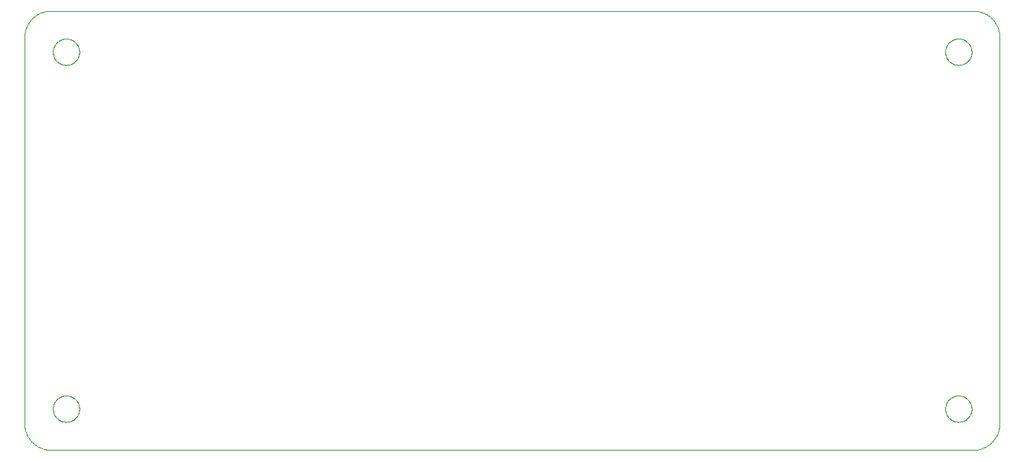
<source format=gbr>
G04 EAGLE Gerber RS-274X export*
G75*
%MOMM*%
%FSLAX34Y34*%
%LPD*%
%IN*%
%IPPOS*%
%AMOC8*
5,1,8,0,0,1.08239X$1,22.5*%
G01*
%ADD10C,0.025400*%
%ADD11C,0.000000*%


D10*
X1079600Y500000D02*
X29440Y500000D01*
X-560Y470000D02*
X-560Y30000D01*
X29440Y0D02*
X1079600Y0D01*
X1109600Y30000D02*
X1109600Y470000D01*
X29440Y500000D02*
X28715Y499991D01*
X27991Y499965D01*
X27267Y499921D01*
X26545Y499860D01*
X25824Y499781D01*
X25105Y499685D01*
X24389Y499572D01*
X23676Y499441D01*
X22966Y499293D01*
X22261Y499128D01*
X21559Y498946D01*
X20862Y498747D01*
X20169Y498532D01*
X19483Y498299D01*
X18802Y498050D01*
X18127Y497785D01*
X17459Y497504D01*
X16798Y497206D01*
X16144Y496893D01*
X15498Y496564D01*
X14860Y496219D01*
X14231Y495859D01*
X13611Y495484D01*
X13000Y495094D01*
X12398Y494690D01*
X11806Y494271D01*
X11225Y493837D01*
X10654Y493390D01*
X10095Y492929D01*
X9546Y492455D01*
X9010Y491968D01*
X8485Y491468D01*
X7972Y490955D01*
X7472Y490430D01*
X6985Y489894D01*
X6511Y489345D01*
X6050Y488786D01*
X5603Y488215D01*
X5169Y487634D01*
X4750Y487042D01*
X4346Y486440D01*
X3956Y485829D01*
X3581Y485209D01*
X3221Y484580D01*
X2876Y483942D01*
X2547Y483296D01*
X2234Y482642D01*
X1936Y481981D01*
X1655Y481313D01*
X1390Y480638D01*
X1141Y479957D01*
X908Y479271D01*
X693Y478578D01*
X494Y477881D01*
X312Y477179D01*
X147Y476474D01*
X-1Y475764D01*
X-132Y475051D01*
X-245Y474335D01*
X-341Y473616D01*
X-420Y472895D01*
X-481Y472173D01*
X-525Y471449D01*
X-551Y470725D01*
X-560Y470000D01*
X-560Y30000D02*
X-551Y29275D01*
X-525Y28551D01*
X-481Y27827D01*
X-420Y27105D01*
X-341Y26384D01*
X-245Y25665D01*
X-132Y24949D01*
X-1Y24236D01*
X147Y23526D01*
X312Y22821D01*
X494Y22119D01*
X693Y21422D01*
X908Y20729D01*
X1141Y20043D01*
X1390Y19362D01*
X1655Y18687D01*
X1936Y18019D01*
X2234Y17358D01*
X2547Y16704D01*
X2876Y16058D01*
X3221Y15420D01*
X3581Y14791D01*
X3956Y14171D01*
X4346Y13560D01*
X4750Y12958D01*
X5169Y12366D01*
X5603Y11785D01*
X6050Y11214D01*
X6511Y10655D01*
X6985Y10106D01*
X7472Y9570D01*
X7972Y9045D01*
X8485Y8532D01*
X9010Y8032D01*
X9546Y7545D01*
X10095Y7071D01*
X10654Y6610D01*
X11225Y6163D01*
X11806Y5729D01*
X12398Y5310D01*
X13000Y4906D01*
X13611Y4516D01*
X14231Y4141D01*
X14860Y3781D01*
X15498Y3436D01*
X16144Y3107D01*
X16798Y2794D01*
X17459Y2496D01*
X18127Y2215D01*
X18802Y1950D01*
X19483Y1701D01*
X20169Y1468D01*
X20862Y1253D01*
X21559Y1054D01*
X22261Y872D01*
X22966Y707D01*
X23676Y559D01*
X24389Y428D01*
X25105Y315D01*
X25824Y219D01*
X26545Y140D01*
X27267Y79D01*
X27991Y35D01*
X28715Y9D01*
X29440Y0D01*
X1079600Y500000D02*
X1080325Y499991D01*
X1081049Y499965D01*
X1081773Y499921D01*
X1082495Y499860D01*
X1083216Y499781D01*
X1083935Y499685D01*
X1084651Y499572D01*
X1085364Y499441D01*
X1086074Y499293D01*
X1086779Y499128D01*
X1087481Y498946D01*
X1088178Y498747D01*
X1088871Y498532D01*
X1089557Y498299D01*
X1090238Y498050D01*
X1090913Y497785D01*
X1091581Y497504D01*
X1092242Y497206D01*
X1092896Y496893D01*
X1093542Y496564D01*
X1094180Y496219D01*
X1094809Y495859D01*
X1095429Y495484D01*
X1096040Y495094D01*
X1096642Y494690D01*
X1097234Y494271D01*
X1097815Y493837D01*
X1098386Y493390D01*
X1098945Y492929D01*
X1099494Y492455D01*
X1100030Y491968D01*
X1100555Y491468D01*
X1101068Y490955D01*
X1101568Y490430D01*
X1102055Y489894D01*
X1102529Y489345D01*
X1102990Y488786D01*
X1103437Y488215D01*
X1103871Y487634D01*
X1104290Y487042D01*
X1104694Y486440D01*
X1105084Y485829D01*
X1105459Y485209D01*
X1105819Y484580D01*
X1106164Y483942D01*
X1106493Y483296D01*
X1106806Y482642D01*
X1107104Y481981D01*
X1107385Y481313D01*
X1107650Y480638D01*
X1107899Y479957D01*
X1108132Y479271D01*
X1108347Y478578D01*
X1108546Y477881D01*
X1108728Y477179D01*
X1108893Y476474D01*
X1109041Y475764D01*
X1109172Y475051D01*
X1109285Y474335D01*
X1109381Y473616D01*
X1109460Y472895D01*
X1109521Y472173D01*
X1109565Y471449D01*
X1109591Y470725D01*
X1109600Y470000D01*
X1109600Y30000D02*
X1109591Y29275D01*
X1109565Y28551D01*
X1109521Y27827D01*
X1109460Y27105D01*
X1109381Y26384D01*
X1109285Y25665D01*
X1109172Y24949D01*
X1109041Y24236D01*
X1108893Y23526D01*
X1108728Y22821D01*
X1108546Y22119D01*
X1108347Y21422D01*
X1108132Y20729D01*
X1107899Y20043D01*
X1107650Y19362D01*
X1107385Y18687D01*
X1107104Y18019D01*
X1106806Y17358D01*
X1106493Y16704D01*
X1106164Y16058D01*
X1105819Y15420D01*
X1105459Y14791D01*
X1105084Y14171D01*
X1104694Y13560D01*
X1104290Y12958D01*
X1103871Y12366D01*
X1103437Y11785D01*
X1102990Y11214D01*
X1102529Y10655D01*
X1102055Y10106D01*
X1101568Y9570D01*
X1101068Y9045D01*
X1100555Y8532D01*
X1100030Y8032D01*
X1099494Y7545D01*
X1098945Y7071D01*
X1098386Y6610D01*
X1097815Y6163D01*
X1097234Y5729D01*
X1096642Y5310D01*
X1096040Y4906D01*
X1095429Y4516D01*
X1094809Y4141D01*
X1094180Y3781D01*
X1093542Y3436D01*
X1092896Y3107D01*
X1092242Y2794D01*
X1091581Y2496D01*
X1090913Y2215D01*
X1090238Y1950D01*
X1089557Y1701D01*
X1088871Y1468D01*
X1088178Y1253D01*
X1087481Y1054D01*
X1086779Y872D01*
X1086074Y707D01*
X1085364Y559D01*
X1084651Y428D01*
X1083935Y315D01*
X1083216Y219D01*
X1082495Y140D01*
X1081773Y79D01*
X1081049Y35D01*
X1080325Y9D01*
X1079600Y0D01*
D11*
X31800Y46800D02*
X31805Y47168D01*
X31818Y47536D01*
X31841Y47903D01*
X31872Y48270D01*
X31913Y48636D01*
X31962Y49001D01*
X32021Y49364D01*
X32088Y49726D01*
X32164Y50087D01*
X32250Y50445D01*
X32343Y50801D01*
X32446Y51154D01*
X32557Y51505D01*
X32677Y51853D01*
X32805Y52198D01*
X32942Y52540D01*
X33087Y52879D01*
X33240Y53213D01*
X33402Y53544D01*
X33571Y53871D01*
X33749Y54193D01*
X33934Y54512D01*
X34127Y54825D01*
X34328Y55134D01*
X34536Y55437D01*
X34752Y55735D01*
X34975Y56028D01*
X35205Y56316D01*
X35442Y56598D01*
X35686Y56873D01*
X35936Y57143D01*
X36193Y57407D01*
X36457Y57664D01*
X36727Y57914D01*
X37002Y58158D01*
X37284Y58395D01*
X37572Y58625D01*
X37865Y58848D01*
X38163Y59064D01*
X38466Y59272D01*
X38775Y59473D01*
X39088Y59666D01*
X39407Y59851D01*
X39729Y60029D01*
X40056Y60198D01*
X40387Y60360D01*
X40721Y60513D01*
X41060Y60658D01*
X41402Y60795D01*
X41747Y60923D01*
X42095Y61043D01*
X42446Y61154D01*
X42799Y61257D01*
X43155Y61350D01*
X43513Y61436D01*
X43874Y61512D01*
X44236Y61579D01*
X44599Y61638D01*
X44964Y61687D01*
X45330Y61728D01*
X45697Y61759D01*
X46064Y61782D01*
X46432Y61795D01*
X46800Y61800D01*
X47168Y61795D01*
X47536Y61782D01*
X47903Y61759D01*
X48270Y61728D01*
X48636Y61687D01*
X49001Y61638D01*
X49364Y61579D01*
X49726Y61512D01*
X50087Y61436D01*
X50445Y61350D01*
X50801Y61257D01*
X51154Y61154D01*
X51505Y61043D01*
X51853Y60923D01*
X52198Y60795D01*
X52540Y60658D01*
X52879Y60513D01*
X53213Y60360D01*
X53544Y60198D01*
X53871Y60029D01*
X54193Y59851D01*
X54512Y59666D01*
X54825Y59473D01*
X55134Y59272D01*
X55437Y59064D01*
X55735Y58848D01*
X56028Y58625D01*
X56316Y58395D01*
X56598Y58158D01*
X56873Y57914D01*
X57143Y57664D01*
X57407Y57407D01*
X57664Y57143D01*
X57914Y56873D01*
X58158Y56598D01*
X58395Y56316D01*
X58625Y56028D01*
X58848Y55735D01*
X59064Y55437D01*
X59272Y55134D01*
X59473Y54825D01*
X59666Y54512D01*
X59851Y54193D01*
X60029Y53871D01*
X60198Y53544D01*
X60360Y53213D01*
X60513Y52879D01*
X60658Y52540D01*
X60795Y52198D01*
X60923Y51853D01*
X61043Y51505D01*
X61154Y51154D01*
X61257Y50801D01*
X61350Y50445D01*
X61436Y50087D01*
X61512Y49726D01*
X61579Y49364D01*
X61638Y49001D01*
X61687Y48636D01*
X61728Y48270D01*
X61759Y47903D01*
X61782Y47536D01*
X61795Y47168D01*
X61800Y46800D01*
X61795Y46432D01*
X61782Y46064D01*
X61759Y45697D01*
X61728Y45330D01*
X61687Y44964D01*
X61638Y44599D01*
X61579Y44236D01*
X61512Y43874D01*
X61436Y43513D01*
X61350Y43155D01*
X61257Y42799D01*
X61154Y42446D01*
X61043Y42095D01*
X60923Y41747D01*
X60795Y41402D01*
X60658Y41060D01*
X60513Y40721D01*
X60360Y40387D01*
X60198Y40056D01*
X60029Y39729D01*
X59851Y39407D01*
X59666Y39088D01*
X59473Y38775D01*
X59272Y38466D01*
X59064Y38163D01*
X58848Y37865D01*
X58625Y37572D01*
X58395Y37284D01*
X58158Y37002D01*
X57914Y36727D01*
X57664Y36457D01*
X57407Y36193D01*
X57143Y35936D01*
X56873Y35686D01*
X56598Y35442D01*
X56316Y35205D01*
X56028Y34975D01*
X55735Y34752D01*
X55437Y34536D01*
X55134Y34328D01*
X54825Y34127D01*
X54512Y33934D01*
X54193Y33749D01*
X53871Y33571D01*
X53544Y33402D01*
X53213Y33240D01*
X52879Y33087D01*
X52540Y32942D01*
X52198Y32805D01*
X51853Y32677D01*
X51505Y32557D01*
X51154Y32446D01*
X50801Y32343D01*
X50445Y32250D01*
X50087Y32164D01*
X49726Y32088D01*
X49364Y32021D01*
X49001Y31962D01*
X48636Y31913D01*
X48270Y31872D01*
X47903Y31841D01*
X47536Y31818D01*
X47168Y31805D01*
X46800Y31800D01*
X46432Y31805D01*
X46064Y31818D01*
X45697Y31841D01*
X45330Y31872D01*
X44964Y31913D01*
X44599Y31962D01*
X44236Y32021D01*
X43874Y32088D01*
X43513Y32164D01*
X43155Y32250D01*
X42799Y32343D01*
X42446Y32446D01*
X42095Y32557D01*
X41747Y32677D01*
X41402Y32805D01*
X41060Y32942D01*
X40721Y33087D01*
X40387Y33240D01*
X40056Y33402D01*
X39729Y33571D01*
X39407Y33749D01*
X39088Y33934D01*
X38775Y34127D01*
X38466Y34328D01*
X38163Y34536D01*
X37865Y34752D01*
X37572Y34975D01*
X37284Y35205D01*
X37002Y35442D01*
X36727Y35686D01*
X36457Y35936D01*
X36193Y36193D01*
X35936Y36457D01*
X35686Y36727D01*
X35442Y37002D01*
X35205Y37284D01*
X34975Y37572D01*
X34752Y37865D01*
X34536Y38163D01*
X34328Y38466D01*
X34127Y38775D01*
X33934Y39088D01*
X33749Y39407D01*
X33571Y39729D01*
X33402Y40056D01*
X33240Y40387D01*
X33087Y40721D01*
X32942Y41060D01*
X32805Y41402D01*
X32677Y41747D01*
X32557Y42095D01*
X32446Y42446D01*
X32343Y42799D01*
X32250Y43155D01*
X32164Y43513D01*
X32088Y43874D01*
X32021Y44236D01*
X31962Y44599D01*
X31913Y44964D01*
X31872Y45330D01*
X31841Y45697D01*
X31818Y46064D01*
X31805Y46432D01*
X31800Y46800D01*
X31800Y453200D02*
X31805Y453568D01*
X31818Y453936D01*
X31841Y454303D01*
X31872Y454670D01*
X31913Y455036D01*
X31962Y455401D01*
X32021Y455764D01*
X32088Y456126D01*
X32164Y456487D01*
X32250Y456845D01*
X32343Y457201D01*
X32446Y457554D01*
X32557Y457905D01*
X32677Y458253D01*
X32805Y458598D01*
X32942Y458940D01*
X33087Y459279D01*
X33240Y459613D01*
X33402Y459944D01*
X33571Y460271D01*
X33749Y460593D01*
X33934Y460912D01*
X34127Y461225D01*
X34328Y461534D01*
X34536Y461837D01*
X34752Y462135D01*
X34975Y462428D01*
X35205Y462716D01*
X35442Y462998D01*
X35686Y463273D01*
X35936Y463543D01*
X36193Y463807D01*
X36457Y464064D01*
X36727Y464314D01*
X37002Y464558D01*
X37284Y464795D01*
X37572Y465025D01*
X37865Y465248D01*
X38163Y465464D01*
X38466Y465672D01*
X38775Y465873D01*
X39088Y466066D01*
X39407Y466251D01*
X39729Y466429D01*
X40056Y466598D01*
X40387Y466760D01*
X40721Y466913D01*
X41060Y467058D01*
X41402Y467195D01*
X41747Y467323D01*
X42095Y467443D01*
X42446Y467554D01*
X42799Y467657D01*
X43155Y467750D01*
X43513Y467836D01*
X43874Y467912D01*
X44236Y467979D01*
X44599Y468038D01*
X44964Y468087D01*
X45330Y468128D01*
X45697Y468159D01*
X46064Y468182D01*
X46432Y468195D01*
X46800Y468200D01*
X47168Y468195D01*
X47536Y468182D01*
X47903Y468159D01*
X48270Y468128D01*
X48636Y468087D01*
X49001Y468038D01*
X49364Y467979D01*
X49726Y467912D01*
X50087Y467836D01*
X50445Y467750D01*
X50801Y467657D01*
X51154Y467554D01*
X51505Y467443D01*
X51853Y467323D01*
X52198Y467195D01*
X52540Y467058D01*
X52879Y466913D01*
X53213Y466760D01*
X53544Y466598D01*
X53871Y466429D01*
X54193Y466251D01*
X54512Y466066D01*
X54825Y465873D01*
X55134Y465672D01*
X55437Y465464D01*
X55735Y465248D01*
X56028Y465025D01*
X56316Y464795D01*
X56598Y464558D01*
X56873Y464314D01*
X57143Y464064D01*
X57407Y463807D01*
X57664Y463543D01*
X57914Y463273D01*
X58158Y462998D01*
X58395Y462716D01*
X58625Y462428D01*
X58848Y462135D01*
X59064Y461837D01*
X59272Y461534D01*
X59473Y461225D01*
X59666Y460912D01*
X59851Y460593D01*
X60029Y460271D01*
X60198Y459944D01*
X60360Y459613D01*
X60513Y459279D01*
X60658Y458940D01*
X60795Y458598D01*
X60923Y458253D01*
X61043Y457905D01*
X61154Y457554D01*
X61257Y457201D01*
X61350Y456845D01*
X61436Y456487D01*
X61512Y456126D01*
X61579Y455764D01*
X61638Y455401D01*
X61687Y455036D01*
X61728Y454670D01*
X61759Y454303D01*
X61782Y453936D01*
X61795Y453568D01*
X61800Y453200D01*
X61795Y452832D01*
X61782Y452464D01*
X61759Y452097D01*
X61728Y451730D01*
X61687Y451364D01*
X61638Y450999D01*
X61579Y450636D01*
X61512Y450274D01*
X61436Y449913D01*
X61350Y449555D01*
X61257Y449199D01*
X61154Y448846D01*
X61043Y448495D01*
X60923Y448147D01*
X60795Y447802D01*
X60658Y447460D01*
X60513Y447121D01*
X60360Y446787D01*
X60198Y446456D01*
X60029Y446129D01*
X59851Y445807D01*
X59666Y445488D01*
X59473Y445175D01*
X59272Y444866D01*
X59064Y444563D01*
X58848Y444265D01*
X58625Y443972D01*
X58395Y443684D01*
X58158Y443402D01*
X57914Y443127D01*
X57664Y442857D01*
X57407Y442593D01*
X57143Y442336D01*
X56873Y442086D01*
X56598Y441842D01*
X56316Y441605D01*
X56028Y441375D01*
X55735Y441152D01*
X55437Y440936D01*
X55134Y440728D01*
X54825Y440527D01*
X54512Y440334D01*
X54193Y440149D01*
X53871Y439971D01*
X53544Y439802D01*
X53213Y439640D01*
X52879Y439487D01*
X52540Y439342D01*
X52198Y439205D01*
X51853Y439077D01*
X51505Y438957D01*
X51154Y438846D01*
X50801Y438743D01*
X50445Y438650D01*
X50087Y438564D01*
X49726Y438488D01*
X49364Y438421D01*
X49001Y438362D01*
X48636Y438313D01*
X48270Y438272D01*
X47903Y438241D01*
X47536Y438218D01*
X47168Y438205D01*
X46800Y438200D01*
X46432Y438205D01*
X46064Y438218D01*
X45697Y438241D01*
X45330Y438272D01*
X44964Y438313D01*
X44599Y438362D01*
X44236Y438421D01*
X43874Y438488D01*
X43513Y438564D01*
X43155Y438650D01*
X42799Y438743D01*
X42446Y438846D01*
X42095Y438957D01*
X41747Y439077D01*
X41402Y439205D01*
X41060Y439342D01*
X40721Y439487D01*
X40387Y439640D01*
X40056Y439802D01*
X39729Y439971D01*
X39407Y440149D01*
X39088Y440334D01*
X38775Y440527D01*
X38466Y440728D01*
X38163Y440936D01*
X37865Y441152D01*
X37572Y441375D01*
X37284Y441605D01*
X37002Y441842D01*
X36727Y442086D01*
X36457Y442336D01*
X36193Y442593D01*
X35936Y442857D01*
X35686Y443127D01*
X35442Y443402D01*
X35205Y443684D01*
X34975Y443972D01*
X34752Y444265D01*
X34536Y444563D01*
X34328Y444866D01*
X34127Y445175D01*
X33934Y445488D01*
X33749Y445807D01*
X33571Y446129D01*
X33402Y446456D01*
X33240Y446787D01*
X33087Y447121D01*
X32942Y447460D01*
X32805Y447802D01*
X32677Y448147D01*
X32557Y448495D01*
X32446Y448846D01*
X32343Y449199D01*
X32250Y449555D01*
X32164Y449913D01*
X32088Y450274D01*
X32021Y450636D01*
X31962Y450999D01*
X31913Y451364D01*
X31872Y451730D01*
X31841Y452097D01*
X31818Y452464D01*
X31805Y452832D01*
X31800Y453200D01*
X1047800Y46800D02*
X1047805Y47168D01*
X1047818Y47536D01*
X1047841Y47903D01*
X1047872Y48270D01*
X1047913Y48636D01*
X1047962Y49001D01*
X1048021Y49364D01*
X1048088Y49726D01*
X1048164Y50087D01*
X1048250Y50445D01*
X1048343Y50801D01*
X1048446Y51154D01*
X1048557Y51505D01*
X1048677Y51853D01*
X1048805Y52198D01*
X1048942Y52540D01*
X1049087Y52879D01*
X1049240Y53213D01*
X1049402Y53544D01*
X1049571Y53871D01*
X1049749Y54193D01*
X1049934Y54512D01*
X1050127Y54825D01*
X1050328Y55134D01*
X1050536Y55437D01*
X1050752Y55735D01*
X1050975Y56028D01*
X1051205Y56316D01*
X1051442Y56598D01*
X1051686Y56873D01*
X1051936Y57143D01*
X1052193Y57407D01*
X1052457Y57664D01*
X1052727Y57914D01*
X1053002Y58158D01*
X1053284Y58395D01*
X1053572Y58625D01*
X1053865Y58848D01*
X1054163Y59064D01*
X1054466Y59272D01*
X1054775Y59473D01*
X1055088Y59666D01*
X1055407Y59851D01*
X1055729Y60029D01*
X1056056Y60198D01*
X1056387Y60360D01*
X1056721Y60513D01*
X1057060Y60658D01*
X1057402Y60795D01*
X1057747Y60923D01*
X1058095Y61043D01*
X1058446Y61154D01*
X1058799Y61257D01*
X1059155Y61350D01*
X1059513Y61436D01*
X1059874Y61512D01*
X1060236Y61579D01*
X1060599Y61638D01*
X1060964Y61687D01*
X1061330Y61728D01*
X1061697Y61759D01*
X1062064Y61782D01*
X1062432Y61795D01*
X1062800Y61800D01*
X1063168Y61795D01*
X1063536Y61782D01*
X1063903Y61759D01*
X1064270Y61728D01*
X1064636Y61687D01*
X1065001Y61638D01*
X1065364Y61579D01*
X1065726Y61512D01*
X1066087Y61436D01*
X1066445Y61350D01*
X1066801Y61257D01*
X1067154Y61154D01*
X1067505Y61043D01*
X1067853Y60923D01*
X1068198Y60795D01*
X1068540Y60658D01*
X1068879Y60513D01*
X1069213Y60360D01*
X1069544Y60198D01*
X1069871Y60029D01*
X1070193Y59851D01*
X1070512Y59666D01*
X1070825Y59473D01*
X1071134Y59272D01*
X1071437Y59064D01*
X1071735Y58848D01*
X1072028Y58625D01*
X1072316Y58395D01*
X1072598Y58158D01*
X1072873Y57914D01*
X1073143Y57664D01*
X1073407Y57407D01*
X1073664Y57143D01*
X1073914Y56873D01*
X1074158Y56598D01*
X1074395Y56316D01*
X1074625Y56028D01*
X1074848Y55735D01*
X1075064Y55437D01*
X1075272Y55134D01*
X1075473Y54825D01*
X1075666Y54512D01*
X1075851Y54193D01*
X1076029Y53871D01*
X1076198Y53544D01*
X1076360Y53213D01*
X1076513Y52879D01*
X1076658Y52540D01*
X1076795Y52198D01*
X1076923Y51853D01*
X1077043Y51505D01*
X1077154Y51154D01*
X1077257Y50801D01*
X1077350Y50445D01*
X1077436Y50087D01*
X1077512Y49726D01*
X1077579Y49364D01*
X1077638Y49001D01*
X1077687Y48636D01*
X1077728Y48270D01*
X1077759Y47903D01*
X1077782Y47536D01*
X1077795Y47168D01*
X1077800Y46800D01*
X1077795Y46432D01*
X1077782Y46064D01*
X1077759Y45697D01*
X1077728Y45330D01*
X1077687Y44964D01*
X1077638Y44599D01*
X1077579Y44236D01*
X1077512Y43874D01*
X1077436Y43513D01*
X1077350Y43155D01*
X1077257Y42799D01*
X1077154Y42446D01*
X1077043Y42095D01*
X1076923Y41747D01*
X1076795Y41402D01*
X1076658Y41060D01*
X1076513Y40721D01*
X1076360Y40387D01*
X1076198Y40056D01*
X1076029Y39729D01*
X1075851Y39407D01*
X1075666Y39088D01*
X1075473Y38775D01*
X1075272Y38466D01*
X1075064Y38163D01*
X1074848Y37865D01*
X1074625Y37572D01*
X1074395Y37284D01*
X1074158Y37002D01*
X1073914Y36727D01*
X1073664Y36457D01*
X1073407Y36193D01*
X1073143Y35936D01*
X1072873Y35686D01*
X1072598Y35442D01*
X1072316Y35205D01*
X1072028Y34975D01*
X1071735Y34752D01*
X1071437Y34536D01*
X1071134Y34328D01*
X1070825Y34127D01*
X1070512Y33934D01*
X1070193Y33749D01*
X1069871Y33571D01*
X1069544Y33402D01*
X1069213Y33240D01*
X1068879Y33087D01*
X1068540Y32942D01*
X1068198Y32805D01*
X1067853Y32677D01*
X1067505Y32557D01*
X1067154Y32446D01*
X1066801Y32343D01*
X1066445Y32250D01*
X1066087Y32164D01*
X1065726Y32088D01*
X1065364Y32021D01*
X1065001Y31962D01*
X1064636Y31913D01*
X1064270Y31872D01*
X1063903Y31841D01*
X1063536Y31818D01*
X1063168Y31805D01*
X1062800Y31800D01*
X1062432Y31805D01*
X1062064Y31818D01*
X1061697Y31841D01*
X1061330Y31872D01*
X1060964Y31913D01*
X1060599Y31962D01*
X1060236Y32021D01*
X1059874Y32088D01*
X1059513Y32164D01*
X1059155Y32250D01*
X1058799Y32343D01*
X1058446Y32446D01*
X1058095Y32557D01*
X1057747Y32677D01*
X1057402Y32805D01*
X1057060Y32942D01*
X1056721Y33087D01*
X1056387Y33240D01*
X1056056Y33402D01*
X1055729Y33571D01*
X1055407Y33749D01*
X1055088Y33934D01*
X1054775Y34127D01*
X1054466Y34328D01*
X1054163Y34536D01*
X1053865Y34752D01*
X1053572Y34975D01*
X1053284Y35205D01*
X1053002Y35442D01*
X1052727Y35686D01*
X1052457Y35936D01*
X1052193Y36193D01*
X1051936Y36457D01*
X1051686Y36727D01*
X1051442Y37002D01*
X1051205Y37284D01*
X1050975Y37572D01*
X1050752Y37865D01*
X1050536Y38163D01*
X1050328Y38466D01*
X1050127Y38775D01*
X1049934Y39088D01*
X1049749Y39407D01*
X1049571Y39729D01*
X1049402Y40056D01*
X1049240Y40387D01*
X1049087Y40721D01*
X1048942Y41060D01*
X1048805Y41402D01*
X1048677Y41747D01*
X1048557Y42095D01*
X1048446Y42446D01*
X1048343Y42799D01*
X1048250Y43155D01*
X1048164Y43513D01*
X1048088Y43874D01*
X1048021Y44236D01*
X1047962Y44599D01*
X1047913Y44964D01*
X1047872Y45330D01*
X1047841Y45697D01*
X1047818Y46064D01*
X1047805Y46432D01*
X1047800Y46800D01*
X1047800Y453200D02*
X1047805Y453568D01*
X1047818Y453936D01*
X1047841Y454303D01*
X1047872Y454670D01*
X1047913Y455036D01*
X1047962Y455401D01*
X1048021Y455764D01*
X1048088Y456126D01*
X1048164Y456487D01*
X1048250Y456845D01*
X1048343Y457201D01*
X1048446Y457554D01*
X1048557Y457905D01*
X1048677Y458253D01*
X1048805Y458598D01*
X1048942Y458940D01*
X1049087Y459279D01*
X1049240Y459613D01*
X1049402Y459944D01*
X1049571Y460271D01*
X1049749Y460593D01*
X1049934Y460912D01*
X1050127Y461225D01*
X1050328Y461534D01*
X1050536Y461837D01*
X1050752Y462135D01*
X1050975Y462428D01*
X1051205Y462716D01*
X1051442Y462998D01*
X1051686Y463273D01*
X1051936Y463543D01*
X1052193Y463807D01*
X1052457Y464064D01*
X1052727Y464314D01*
X1053002Y464558D01*
X1053284Y464795D01*
X1053572Y465025D01*
X1053865Y465248D01*
X1054163Y465464D01*
X1054466Y465672D01*
X1054775Y465873D01*
X1055088Y466066D01*
X1055407Y466251D01*
X1055729Y466429D01*
X1056056Y466598D01*
X1056387Y466760D01*
X1056721Y466913D01*
X1057060Y467058D01*
X1057402Y467195D01*
X1057747Y467323D01*
X1058095Y467443D01*
X1058446Y467554D01*
X1058799Y467657D01*
X1059155Y467750D01*
X1059513Y467836D01*
X1059874Y467912D01*
X1060236Y467979D01*
X1060599Y468038D01*
X1060964Y468087D01*
X1061330Y468128D01*
X1061697Y468159D01*
X1062064Y468182D01*
X1062432Y468195D01*
X1062800Y468200D01*
X1063168Y468195D01*
X1063536Y468182D01*
X1063903Y468159D01*
X1064270Y468128D01*
X1064636Y468087D01*
X1065001Y468038D01*
X1065364Y467979D01*
X1065726Y467912D01*
X1066087Y467836D01*
X1066445Y467750D01*
X1066801Y467657D01*
X1067154Y467554D01*
X1067505Y467443D01*
X1067853Y467323D01*
X1068198Y467195D01*
X1068540Y467058D01*
X1068879Y466913D01*
X1069213Y466760D01*
X1069544Y466598D01*
X1069871Y466429D01*
X1070193Y466251D01*
X1070512Y466066D01*
X1070825Y465873D01*
X1071134Y465672D01*
X1071437Y465464D01*
X1071735Y465248D01*
X1072028Y465025D01*
X1072316Y464795D01*
X1072598Y464558D01*
X1072873Y464314D01*
X1073143Y464064D01*
X1073407Y463807D01*
X1073664Y463543D01*
X1073914Y463273D01*
X1074158Y462998D01*
X1074395Y462716D01*
X1074625Y462428D01*
X1074848Y462135D01*
X1075064Y461837D01*
X1075272Y461534D01*
X1075473Y461225D01*
X1075666Y460912D01*
X1075851Y460593D01*
X1076029Y460271D01*
X1076198Y459944D01*
X1076360Y459613D01*
X1076513Y459279D01*
X1076658Y458940D01*
X1076795Y458598D01*
X1076923Y458253D01*
X1077043Y457905D01*
X1077154Y457554D01*
X1077257Y457201D01*
X1077350Y456845D01*
X1077436Y456487D01*
X1077512Y456126D01*
X1077579Y455764D01*
X1077638Y455401D01*
X1077687Y455036D01*
X1077728Y454670D01*
X1077759Y454303D01*
X1077782Y453936D01*
X1077795Y453568D01*
X1077800Y453200D01*
X1077795Y452832D01*
X1077782Y452464D01*
X1077759Y452097D01*
X1077728Y451730D01*
X1077687Y451364D01*
X1077638Y450999D01*
X1077579Y450636D01*
X1077512Y450274D01*
X1077436Y449913D01*
X1077350Y449555D01*
X1077257Y449199D01*
X1077154Y448846D01*
X1077043Y448495D01*
X1076923Y448147D01*
X1076795Y447802D01*
X1076658Y447460D01*
X1076513Y447121D01*
X1076360Y446787D01*
X1076198Y446456D01*
X1076029Y446129D01*
X1075851Y445807D01*
X1075666Y445488D01*
X1075473Y445175D01*
X1075272Y444866D01*
X1075064Y444563D01*
X1074848Y444265D01*
X1074625Y443972D01*
X1074395Y443684D01*
X1074158Y443402D01*
X1073914Y443127D01*
X1073664Y442857D01*
X1073407Y442593D01*
X1073143Y442336D01*
X1072873Y442086D01*
X1072598Y441842D01*
X1072316Y441605D01*
X1072028Y441375D01*
X1071735Y441152D01*
X1071437Y440936D01*
X1071134Y440728D01*
X1070825Y440527D01*
X1070512Y440334D01*
X1070193Y440149D01*
X1069871Y439971D01*
X1069544Y439802D01*
X1069213Y439640D01*
X1068879Y439487D01*
X1068540Y439342D01*
X1068198Y439205D01*
X1067853Y439077D01*
X1067505Y438957D01*
X1067154Y438846D01*
X1066801Y438743D01*
X1066445Y438650D01*
X1066087Y438564D01*
X1065726Y438488D01*
X1065364Y438421D01*
X1065001Y438362D01*
X1064636Y438313D01*
X1064270Y438272D01*
X1063903Y438241D01*
X1063536Y438218D01*
X1063168Y438205D01*
X1062800Y438200D01*
X1062432Y438205D01*
X1062064Y438218D01*
X1061697Y438241D01*
X1061330Y438272D01*
X1060964Y438313D01*
X1060599Y438362D01*
X1060236Y438421D01*
X1059874Y438488D01*
X1059513Y438564D01*
X1059155Y438650D01*
X1058799Y438743D01*
X1058446Y438846D01*
X1058095Y438957D01*
X1057747Y439077D01*
X1057402Y439205D01*
X1057060Y439342D01*
X1056721Y439487D01*
X1056387Y439640D01*
X1056056Y439802D01*
X1055729Y439971D01*
X1055407Y440149D01*
X1055088Y440334D01*
X1054775Y440527D01*
X1054466Y440728D01*
X1054163Y440936D01*
X1053865Y441152D01*
X1053572Y441375D01*
X1053284Y441605D01*
X1053002Y441842D01*
X1052727Y442086D01*
X1052457Y442336D01*
X1052193Y442593D01*
X1051936Y442857D01*
X1051686Y443127D01*
X1051442Y443402D01*
X1051205Y443684D01*
X1050975Y443972D01*
X1050752Y444265D01*
X1050536Y444563D01*
X1050328Y444866D01*
X1050127Y445175D01*
X1049934Y445488D01*
X1049749Y445807D01*
X1049571Y446129D01*
X1049402Y446456D01*
X1049240Y446787D01*
X1049087Y447121D01*
X1048942Y447460D01*
X1048805Y447802D01*
X1048677Y448147D01*
X1048557Y448495D01*
X1048446Y448846D01*
X1048343Y449199D01*
X1048250Y449555D01*
X1048164Y449913D01*
X1048088Y450274D01*
X1048021Y450636D01*
X1047962Y450999D01*
X1047913Y451364D01*
X1047872Y451730D01*
X1047841Y452097D01*
X1047818Y452464D01*
X1047805Y452832D01*
X1047800Y453200D01*
M02*

</source>
